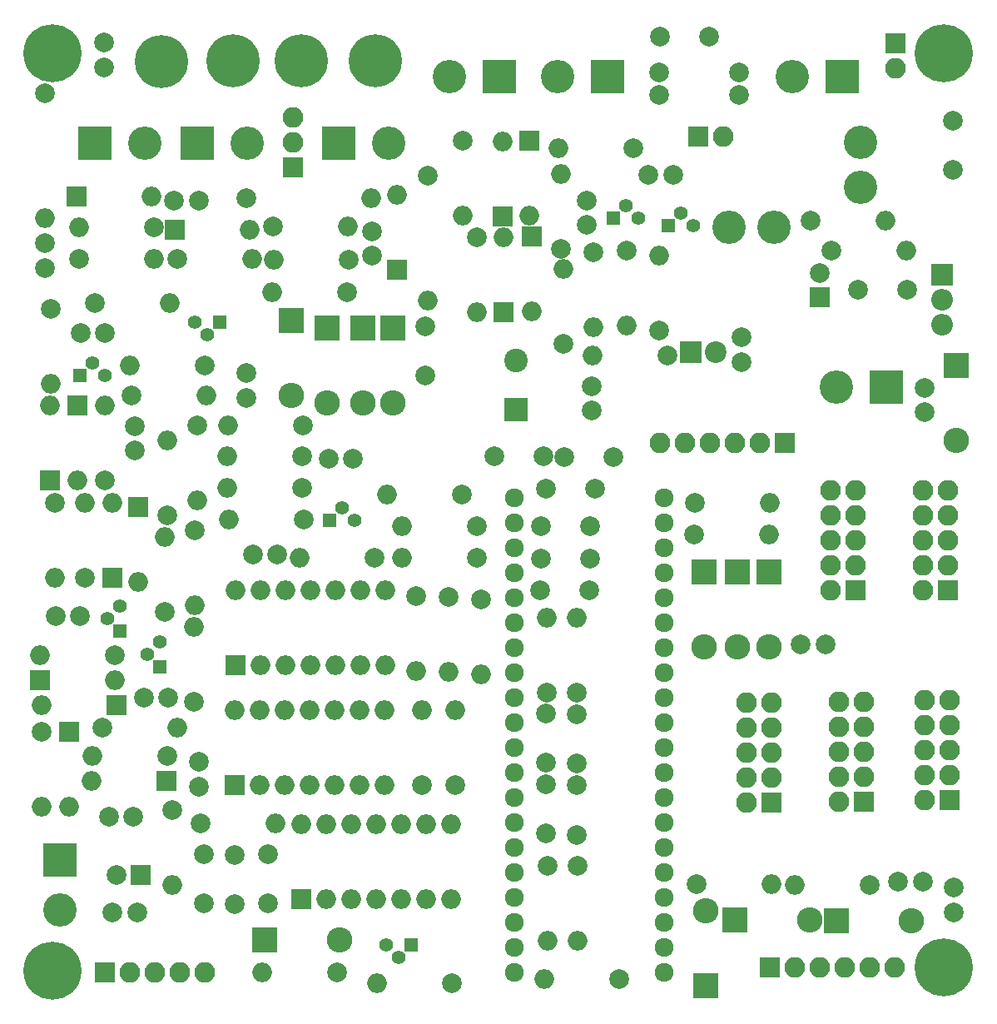
<source format=gbr>
G04 #@! TF.FileFunction,Soldermask,Bot*
%FSLAX46Y46*%
G04 Gerber Fmt 4.6, Leading zero omitted, Abs format (unit mm)*
G04 Created by KiCad (PCBNEW 4.0.7) date 02/18/19 19:56:59*
%MOMM*%
%LPD*%
G01*
G04 APERTURE LIST*
%ADD10C,0.100000*%
%ADD11C,2.000000*%
%ADD12O,2.000000X2.000000*%
%ADD13R,2.100000X2.100000*%
%ADD14O,2.100000X2.100000*%
%ADD15R,2.600000X2.600000*%
%ADD16O,2.600000X2.600000*%
%ADD17C,1.400000*%
%ADD18R,1.400000X1.400000*%
%ADD19R,2.000000X2.000000*%
%ADD20R,2.400000X2.400000*%
%ADD21C,2.400000*%
%ADD22R,3.400000X3.400000*%
%ADD23C,3.400000*%
%ADD24C,5.900000*%
%ADD25C,5.400000*%
%ADD26R,2.200000X2.200000*%
%ADD27C,2.200000*%
%ADD28O,2.200000X2.200000*%
%ADD29C,1.924000*%
G04 APERTURE END LIST*
D10*
D11*
X120924320Y-62753240D03*
D12*
X113304320Y-62753240D03*
D11*
X96558100Y-44475400D03*
D12*
X96558100Y-57175400D03*
D13*
X140081000Y-86614000D03*
D14*
X137541000Y-86614000D03*
X140081000Y-84074000D03*
X137541000Y-84074000D03*
X140081000Y-81534000D03*
X137541000Y-81534000D03*
X140081000Y-78994000D03*
X137541000Y-78994000D03*
X140081000Y-76454000D03*
X137541000Y-76454000D03*
D15*
X138135360Y-120192800D03*
D16*
X145755360Y-120192800D03*
D11*
X78105000Y-64516000D03*
X78105000Y-67016000D03*
X58674000Y-77724000D03*
D12*
X58674000Y-85344000D03*
D17*
X74168000Y-60579000D03*
X72898000Y-59309000D03*
D18*
X75438000Y-59309000D03*
D19*
X76962000Y-106375200D03*
D12*
X92202000Y-98755200D03*
X79502000Y-106375200D03*
X89662000Y-98755200D03*
X82042000Y-106375200D03*
X87122000Y-98755200D03*
X84582000Y-106375200D03*
X84582000Y-98755200D03*
X87122000Y-106375200D03*
X82042000Y-98755200D03*
X89662000Y-106375200D03*
X79502000Y-98755200D03*
X92202000Y-106375200D03*
X76962000Y-98755200D03*
D20*
X105511600Y-68199000D03*
D21*
X105511600Y-63199000D03*
D11*
X96281240Y-64734440D03*
X96281240Y-59734440D03*
D15*
X82702400Y-59182000D03*
D16*
X82702400Y-66802000D03*
D11*
X111760000Y-96977200D03*
D12*
X111760000Y-89357200D03*
D19*
X77025500Y-94234000D03*
D12*
X92265500Y-86614000D03*
X79565500Y-94234000D03*
X89725500Y-86614000D03*
X82105500Y-94234000D03*
X87185500Y-86614000D03*
X84645500Y-94234000D03*
X84645500Y-86614000D03*
X87185500Y-94234000D03*
X82105500Y-86614000D03*
X89725500Y-94234000D03*
X79565500Y-86614000D03*
X92265500Y-94234000D03*
X77025500Y-86614000D03*
D17*
X63997840Y-89507060D03*
X65267840Y-88237060D03*
D18*
X65267840Y-90777060D03*
D11*
X99364800Y-106375200D03*
D12*
X99364800Y-98755200D03*
D11*
X108585000Y-76276200D03*
X113585000Y-76276200D03*
D15*
X89956640Y-59893200D03*
D16*
X89956640Y-67513200D03*
D15*
X93040200Y-59969400D03*
D16*
X93040200Y-67589400D03*
D19*
X83693000Y-117983000D03*
D12*
X98933000Y-110363000D03*
X86233000Y-117983000D03*
X96393000Y-110363000D03*
X88773000Y-117983000D03*
X93853000Y-110363000D03*
X91313000Y-117983000D03*
X91313000Y-110363000D03*
X93853000Y-117983000D03*
X88773000Y-110363000D03*
X96393000Y-117983000D03*
X86233000Y-110363000D03*
X98933000Y-117983000D03*
X83693000Y-110363000D03*
D22*
X87553800Y-41148000D03*
D23*
X92633800Y-41148000D03*
D11*
X78105000Y-46710600D03*
D12*
X90805000Y-46710600D03*
D22*
X138772900Y-34366200D03*
D23*
X133692900Y-34366200D03*
D19*
X60960000Y-67818000D03*
D12*
X60960000Y-75438000D03*
D19*
X70799960Y-49956720D03*
D12*
X78419960Y-49956720D03*
D19*
X93421200Y-53990240D03*
D12*
X93421200Y-46370240D03*
D19*
X58166000Y-75438000D03*
D12*
X58166000Y-67818000D03*
D19*
X107177840Y-50637440D03*
D12*
X107177840Y-58257440D03*
D22*
X73152000Y-41148000D03*
D23*
X78232000Y-41148000D03*
D24*
X58420000Y-32004000D03*
X149098000Y-32004000D03*
X149098000Y-124968000D03*
D13*
X132867400Y-71602600D03*
D14*
X130327400Y-71602600D03*
X127787400Y-71602600D03*
X125247400Y-71602600D03*
X122707400Y-71602600D03*
X120167400Y-71602600D03*
D13*
X63754000Y-125476000D03*
D14*
X66294000Y-125476000D03*
X68834000Y-125476000D03*
X71374000Y-125476000D03*
X73914000Y-125476000D03*
D25*
X69494400Y-32882840D03*
X83667600Y-32730440D03*
X76774040Y-32730440D03*
X91252040Y-32730440D03*
D22*
X114884200Y-34340800D03*
D23*
X109804200Y-34340800D03*
X140589000Y-41021000D03*
X140589000Y-45591000D03*
X127190500Y-49657000D03*
X131760500Y-49657000D03*
D22*
X103822500Y-34340800D03*
D23*
X98742500Y-34340800D03*
D15*
X124663200Y-84772500D03*
D16*
X124663200Y-92392500D03*
D15*
X80010000Y-122174000D03*
D16*
X87630000Y-122174000D03*
D11*
X123723400Y-77724000D03*
D12*
X131343400Y-77724000D03*
D11*
X123659900Y-80911700D03*
D12*
X131279900Y-80911700D03*
D11*
X63754000Y-75438000D03*
D12*
X63754000Y-67818000D03*
D11*
X88569800Y-52974240D03*
D12*
X80949800Y-52974240D03*
D11*
X61132720Y-52890420D03*
D12*
X68752720Y-52890420D03*
D11*
X87376000Y-125476000D03*
D12*
X79756000Y-125476000D03*
D11*
X73418700Y-110337600D03*
D12*
X81038700Y-110337600D03*
D11*
X70104000Y-78994000D03*
D12*
X70104000Y-71374000D03*
D11*
X70576440Y-108966000D03*
D12*
X70576440Y-116586000D03*
D11*
X71079360Y-52918360D03*
D12*
X78699360Y-52918360D03*
D11*
X73152000Y-69799200D03*
D12*
X73152000Y-77419200D03*
D11*
X88402160Y-56271160D03*
D12*
X80782160Y-56271160D03*
D11*
X58257440Y-57947560D03*
D12*
X58257440Y-65567560D03*
D11*
X73914000Y-63754000D03*
D12*
X66294000Y-63754000D03*
D11*
X66421000Y-66802000D03*
D12*
X74041000Y-66802000D03*
D11*
X101574600Y-50673000D03*
D12*
X101574600Y-58293000D03*
D11*
X120142000Y-60182760D03*
D12*
X120142000Y-52562760D03*
D11*
X116814600Y-52082700D03*
D12*
X116814600Y-59702700D03*
D11*
X99034600Y-126593600D03*
D12*
X91414600Y-126593600D03*
D11*
X141541500Y-116586000D03*
D12*
X133921500Y-116586000D03*
D11*
X123901200Y-116509800D03*
D12*
X131521200Y-116509800D03*
D19*
X67401440Y-115559840D03*
D11*
X64901440Y-115559840D03*
D22*
X59182000Y-114046000D03*
D23*
X59182000Y-119126000D03*
D17*
X93586300Y-123977400D03*
X92316300Y-122707400D03*
D18*
X94856300Y-122707400D03*
D26*
X123327160Y-62362080D03*
D27*
X125867160Y-62362080D03*
D11*
X80802480Y-49621440D03*
D12*
X88422480Y-49621440D03*
D11*
X70065900Y-103441500D03*
D12*
X62445900Y-103441500D03*
D11*
X98719640Y-87289640D03*
D12*
X98719640Y-94909640D03*
D11*
X113461800Y-52197000D03*
D12*
X113461800Y-59817000D03*
D11*
X72771000Y-97917000D03*
D12*
X72771000Y-90297000D03*
D13*
X124053600Y-40424100D03*
D14*
X126593600Y-40424100D03*
D13*
X144170400Y-30962600D03*
D14*
X144170400Y-33502600D03*
D19*
X60807600Y-46558200D03*
D12*
X68427600Y-46558200D03*
D22*
X62738000Y-41148000D03*
D23*
X67818000Y-41148000D03*
D11*
X57658000Y-36068000D03*
D12*
X57658000Y-48768000D03*
D11*
X68694300Y-49682400D03*
D12*
X61074300Y-49682400D03*
D11*
X95986600Y-106426000D03*
D12*
X95986600Y-98806000D03*
D11*
X111815880Y-114665760D03*
D12*
X111815880Y-122285760D03*
D11*
X108762800Y-114604800D03*
D12*
X108762800Y-122224800D03*
D11*
X101996240Y-87518240D03*
D12*
X101996240Y-95138240D03*
D11*
X83870800Y-69875400D03*
D12*
X76250800Y-69875400D03*
D15*
X86299040Y-59893200D03*
D16*
X86299040Y-67513200D03*
D11*
X108712000Y-96977200D03*
D12*
X108712000Y-89357200D03*
D11*
X111760000Y-111455200D03*
X111760000Y-106455200D03*
X108610400Y-111302800D03*
X108610400Y-106302800D03*
X111709200Y-99212400D03*
X111709200Y-104212400D03*
X108610400Y-99110800D03*
X108610400Y-104110800D03*
X140360400Y-56057800D03*
X145360400Y-56057800D03*
X80352900Y-118414800D03*
X80352900Y-113414800D03*
D19*
X104282240Y-58293000D03*
D12*
X104282240Y-50673000D03*
D19*
X64897000Y-98298000D03*
D12*
X57277000Y-98298000D03*
D19*
X57150000Y-95758000D03*
D12*
X64770000Y-95758000D03*
D11*
X103327200Y-72969120D03*
X108327200Y-72969120D03*
X110459520Y-73050400D03*
X115459520Y-73050400D03*
X76936600Y-113487200D03*
X76936600Y-118487200D03*
X73812400Y-113436400D03*
X73812400Y-118436400D03*
D17*
X62484000Y-63500000D03*
X63754000Y-64770000D03*
D18*
X61214000Y-64770000D03*
D17*
X122326400Y-48260000D03*
X123596400Y-49530000D03*
D18*
X121056400Y-49530000D03*
D17*
X68072000Y-93091000D03*
X69342000Y-91821000D03*
D18*
X69342000Y-94361000D03*
D17*
X116751100Y-47485300D03*
X118021100Y-48755300D03*
D18*
X115481100Y-48755300D03*
D11*
X69850000Y-88773000D03*
D12*
X69850000Y-81153000D03*
D11*
X110083600Y-51866800D03*
D12*
X110083600Y-44246800D03*
D11*
X63500000Y-100584000D03*
D12*
X71120000Y-100584000D03*
D11*
X110337600Y-61531500D03*
D12*
X110337600Y-53911500D03*
D11*
X72898000Y-80518000D03*
D12*
X72898000Y-88138000D03*
D11*
X116062760Y-126177040D03*
D12*
X108442760Y-126177040D03*
D11*
X101600000Y-80073500D03*
D12*
X93980000Y-80073500D03*
D11*
X101536500Y-83312000D03*
D12*
X93916500Y-83312000D03*
D11*
X91122500Y-83312000D03*
D12*
X83502500Y-83312000D03*
D11*
X83997800Y-79400400D03*
D12*
X76377800Y-79400400D03*
D11*
X83820000Y-76174600D03*
D12*
X76200000Y-76174600D03*
D11*
X83794600Y-72999600D03*
D12*
X76174600Y-72999600D03*
D17*
X87884000Y-78232000D03*
X89154000Y-79502000D03*
D18*
X86614000Y-79502000D03*
D11*
X95402400Y-87233760D03*
D12*
X95402400Y-94853760D03*
D11*
X100076000Y-76835000D03*
D12*
X92456000Y-76835000D03*
D19*
X136461500Y-56832500D03*
D11*
X136461500Y-54332500D03*
X135509000Y-49037240D03*
D12*
X143129000Y-49037240D03*
D11*
X137668000Y-52070000D03*
D12*
X145288000Y-52070000D03*
D26*
X148907500Y-54483000D03*
D28*
X148907500Y-57023000D03*
X148907500Y-59563000D03*
D15*
X150368000Y-63754000D03*
D16*
X150368000Y-71374000D03*
D19*
X60121800Y-101003100D03*
D12*
X60121800Y-108623100D03*
D19*
X106898440Y-40904160D03*
D12*
X106898440Y-48524160D03*
D19*
X69951600Y-106032300D03*
D12*
X62331600Y-106032300D03*
D19*
X104195880Y-48585120D03*
D12*
X104195880Y-40965120D03*
D19*
X67111880Y-78148180D03*
D12*
X67111880Y-85768180D03*
D19*
X64516000Y-85344000D03*
D12*
X64516000Y-77724000D03*
D11*
X57302400Y-101003100D03*
D12*
X57302400Y-108623100D03*
D11*
X100164900Y-40843200D03*
D12*
X100164900Y-48463200D03*
D11*
X61722000Y-85344000D03*
D12*
X61722000Y-77724000D03*
D11*
X66802000Y-72390000D03*
X66802000Y-69890000D03*
X63759080Y-60434220D03*
X61259080Y-60434220D03*
X112745520Y-49453800D03*
X112745520Y-46953800D03*
X67691000Y-97536000D03*
X70191000Y-97536000D03*
X119024400Y-44343320D03*
X121524400Y-44343320D03*
X73253600Y-106565700D03*
X73253600Y-104065700D03*
X64135000Y-109601000D03*
X66635000Y-109601000D03*
X113284000Y-68326000D03*
X113284000Y-65826000D03*
X58724800Y-89204800D03*
X61224800Y-89204800D03*
X86487000Y-73215500D03*
X88987000Y-73215500D03*
X81280000Y-82931000D03*
X78780000Y-82931000D03*
X113055400Y-80086200D03*
X108055400Y-80086200D03*
X113080800Y-83413600D03*
X108080800Y-83413600D03*
X112979200Y-86639400D03*
X107979200Y-86639400D03*
X64770000Y-93218000D03*
D12*
X57150000Y-93218000D03*
D11*
X117515640Y-41630600D03*
D12*
X109895640Y-41630600D03*
D11*
X62738000Y-57404000D03*
D12*
X70358000Y-57404000D03*
D11*
X70789800Y-46939200D03*
X73289800Y-46939200D03*
X90932000Y-52578000D03*
X90932000Y-50078000D03*
X57658000Y-51308000D03*
X57658000Y-53808000D03*
D29*
X105410000Y-77216000D03*
X105410000Y-79756000D03*
X105410000Y-82296000D03*
X105410000Y-84836000D03*
X105410000Y-87376000D03*
X105410000Y-89916000D03*
X105410000Y-92456000D03*
X105410000Y-94996000D03*
X105410000Y-97536000D03*
X105410000Y-100076000D03*
X105410000Y-102616000D03*
X105410000Y-105156000D03*
X105410000Y-107696000D03*
X105410000Y-110236000D03*
X105410000Y-112776000D03*
X105410000Y-115316000D03*
X105410000Y-117856000D03*
X105410000Y-120396000D03*
X105410000Y-122936000D03*
X105410000Y-125476000D03*
X120650000Y-77216000D03*
X120650000Y-79756000D03*
X120650000Y-82296000D03*
X120650000Y-84836000D03*
X120650000Y-87376000D03*
X120650000Y-89916000D03*
X120650000Y-92456000D03*
X120650000Y-94996000D03*
X120650000Y-97536000D03*
X120650000Y-100076000D03*
X120650000Y-102616000D03*
X120650000Y-105156000D03*
X120650000Y-107696000D03*
X120650000Y-110236000D03*
X120650000Y-112776000D03*
X120650000Y-115316000D03*
X120650000Y-117856000D03*
X120650000Y-120396000D03*
X120650000Y-122936000D03*
X120650000Y-125476000D03*
D15*
X127833120Y-120152160D03*
D16*
X135453120Y-120152160D03*
D15*
X124866400Y-126817120D03*
D16*
X124866400Y-119197120D03*
D11*
X125222000Y-30289500D03*
X120222000Y-30289500D03*
X128206500Y-33921700D03*
X120078500Y-33921700D03*
X128206500Y-36207700D03*
X120078500Y-36207700D03*
D13*
X131330700Y-124929900D03*
D14*
X133870700Y-124929900D03*
X136410700Y-124929900D03*
X138950700Y-124929900D03*
X141490700Y-124929900D03*
X144030700Y-124929900D03*
D11*
X147129500Y-68516500D03*
X147129500Y-66016500D03*
X128524000Y-60896500D03*
X128524000Y-63396500D03*
X137033000Y-92075000D03*
X134533000Y-92075000D03*
X146908520Y-116230400D03*
X144408520Y-116230400D03*
D13*
X149479000Y-86614000D03*
D14*
X146939000Y-86614000D03*
X149479000Y-84074000D03*
X146939000Y-84074000D03*
X149479000Y-81534000D03*
X146939000Y-81534000D03*
X149479000Y-78994000D03*
X146939000Y-78994000D03*
X149479000Y-76454000D03*
X146939000Y-76454000D03*
D13*
X140906500Y-108077000D03*
D14*
X138366500Y-108077000D03*
X140906500Y-105537000D03*
X138366500Y-105537000D03*
X140906500Y-102997000D03*
X138366500Y-102997000D03*
X140906500Y-100457000D03*
X138366500Y-100457000D03*
X140906500Y-97917000D03*
X138366500Y-97917000D03*
D13*
X149646640Y-107904280D03*
D14*
X147106640Y-107904280D03*
X149646640Y-105364280D03*
X147106640Y-105364280D03*
X149646640Y-102824280D03*
X147106640Y-102824280D03*
X149646640Y-100284280D03*
X147106640Y-100284280D03*
X149646640Y-97744280D03*
X147106640Y-97744280D03*
D13*
X131521200Y-108153200D03*
D14*
X128981200Y-108153200D03*
X131521200Y-105613200D03*
X128981200Y-105613200D03*
X131521200Y-103073200D03*
X128981200Y-103073200D03*
X131521200Y-100533200D03*
X128981200Y-100533200D03*
X131521200Y-97993200D03*
X128981200Y-97993200D03*
D11*
X64510920Y-119395240D03*
X67010920Y-119395240D03*
X150075900Y-119367300D03*
X150075900Y-116867300D03*
D24*
X58420000Y-125285500D03*
D11*
X149961600Y-43815000D03*
X149961600Y-38815000D03*
X63667640Y-30901640D03*
X63667640Y-33401640D03*
D15*
X131318000Y-84709000D03*
D16*
X131318000Y-92329000D03*
D15*
X128079500Y-84772500D03*
D16*
X128079500Y-92392500D03*
D22*
X143192500Y-65976500D03*
D23*
X138112500Y-65976500D03*
D13*
X82829400Y-43586400D03*
D14*
X82829400Y-41046400D03*
X82829400Y-38506400D03*
M02*

</source>
